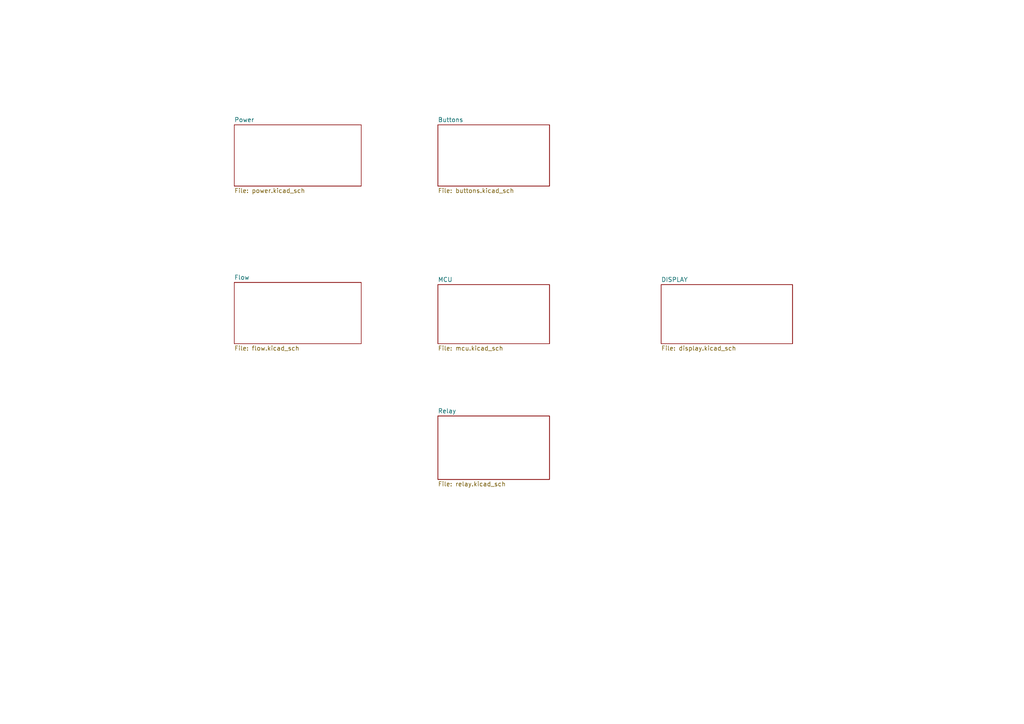
<source format=kicad_sch>
(kicad_sch (version 20211123) (generator eeschema)
  (paper "A4")
  (lib_symbols)
  (sheet (at 127 120.65) (size 32.385 18.415) (stroke (width 0.1524))
    (property "Sheet name" "Relay" (at 127 119.9384 0) (effects (justify left bottom)))
    (property "Sheet file" "relay.kicad_sch" (at 127 139.6496 0) (effects (justify left top)))
  )
  (sheet (at 191.77 82.55) (size 38.1 17.145) (stroke (width 0.1524))
    (property "Sheet name" "DISPLAY" (at 191.77 81.8384 0) (effects (justify left bottom)))
    (property "Sheet file" "display.kicad_sch" (at 191.77 100.2796 0) (effects (justify left top)))
  )
  (sheet (at 127 36.195) (size 32.385 17.78) (stroke (width 0.1524))
    (property "Sheet name" "Buttons" (at 127 35.4834 0) (effects (justify left bottom)))
    (property "Sheet file" "buttons.kicad_sch" (at 127 54.5596 0) (effects (justify left top)))
  )
  (sheet (at 67.945 36.195) (size 36.83 17.78) (stroke (width 0.1524))
    (property "Sheet name" "Power" (at 67.945 35.4834 0) (effects (justify left bottom)))
    (property "Sheet file" "power.kicad_sch" (at 67.945 54.5596 0) (effects (justify left top)))
  )
  (sheet (at 67.945 81.915) (size 36.83 17.78) (stroke (width 0.1524))
    (property "Sheet name" "Flow" (at 67.945 81.2034 0) (effects (justify left bottom)))
    (property "Sheet file" "flow.kicad_sch" (at 67.945 100.2796 0) (effects (justify left top)))
  )
  (sheet (at 127 82.55) (size 32.385 17.145) (stroke (width 0.1524))
    (property "Sheet name" "MCU" (at 127 81.8384 0) (effects (justify left bottom)))
    (property "Sheet file" "mcu.kicad_sch" (at 127 100.2796 0) (effects (justify left top)))
  )
)
</source>
